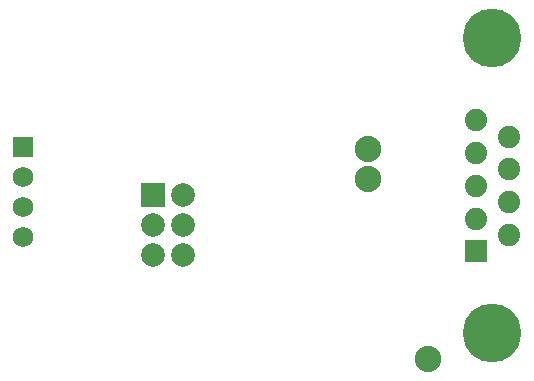
<source format=gbs>
G04 Layer_Color=16711935*
%FSLAX25Y25*%
%MOIN*%
G70*
G01*
G75*
%ADD72R,0.06902X0.06902*%
%ADD73C,0.06902*%
%ADD74C,0.07453*%
%ADD75R,0.07453X0.07453*%
%ADD76C,0.19540*%
%ADD77R,0.07887X0.07887*%
%ADD78C,0.07887*%
%ADD79C,0.08800*%
D72*
X500000Y175669D02*
D03*
D73*
Y165669D02*
D03*
Y155669D02*
D03*
Y145669D02*
D03*
D74*
X662000Y179000D02*
D03*
X650819Y151736D02*
D03*
X662000Y157189D02*
D03*
X650819Y173547D02*
D03*
X662000Y146283D02*
D03*
X650819Y162642D02*
D03*
X662000Y168094D02*
D03*
X650819Y184453D02*
D03*
D75*
Y140831D02*
D03*
D76*
X656409Y113449D02*
D03*
Y211835D02*
D03*
D77*
X543150Y159449D02*
D03*
D78*
X553150D02*
D03*
X543150Y149449D02*
D03*
X553150D02*
D03*
X543150Y139449D02*
D03*
X553150D02*
D03*
D79*
X635000Y105000D02*
D03*
X615000Y165000D02*
D03*
Y175000D02*
D03*
M02*

</source>
